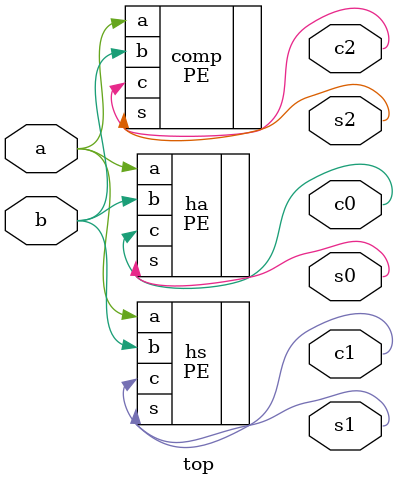
<source format=v>
`timescale 1ns / 1ps


module top(
    input a,b,
    output s0,c0,s1,c1,s2,c2
    );
    PE ha(.a(a), .b(b), .s(s0), .c(c0));
    PE hs(.a(a), .b(b), .s(s1), .c(c1));
    PE comp(.a(a), .b(b), .s(s2), .c(c2));
endmodule

</source>
